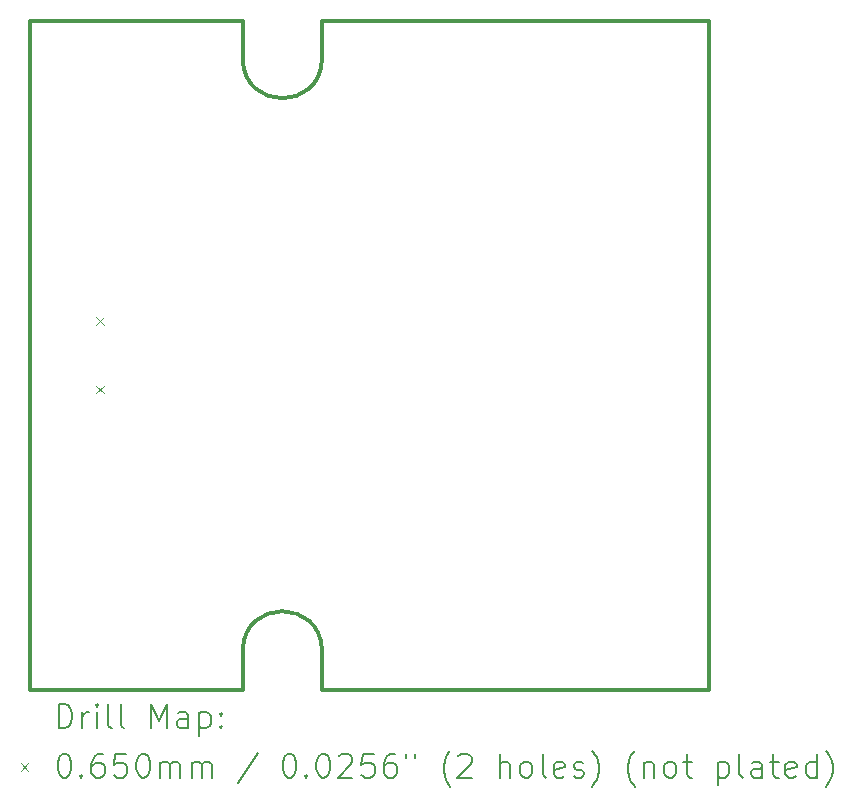
<source format=gbr>
%TF.GenerationSoftware,KiCad,Pcbnew,6.0.9-8da3e8f707~117~ubuntu20.04.1*%
%TF.CreationDate,2022-12-12T12:45:44+01:00*%
%TF.ProjectId,Adaptateur-USB-Xbee-2,41646170-7461-4746-9575-722d5553422d,rev?*%
%TF.SameCoordinates,Original*%
%TF.FileFunction,Drillmap*%
%TF.FilePolarity,Positive*%
%FSLAX45Y45*%
G04 Gerber Fmt 4.5, Leading zero omitted, Abs format (unit mm)*
G04 Created by KiCad (PCBNEW 6.0.9-8da3e8f707~117~ubuntu20.04.1) date 2022-12-12 12:45:44*
%MOMM*%
%LPD*%
G01*
G04 APERTURE LIST*
%ADD10C,0.300000*%
%ADD11C,0.200000*%
%ADD12C,0.065000*%
G04 APERTURE END LIST*
D10*
X14250000Y-8400000D02*
X10970000Y-8400000D01*
X8500000Y-8400000D02*
X8500000Y-14060000D01*
X10300000Y-8730000D02*
G75*
G03*
X10970000Y-8730000I335000J11699D01*
G01*
X10970000Y-8400000D02*
X10970000Y-8730000D01*
X10970000Y-14060000D02*
X14250000Y-14060000D01*
X10970000Y-13720000D02*
G75*
G03*
X10300000Y-13720000I-335000J-11699D01*
G01*
X10300000Y-14060000D02*
X10300000Y-13720000D01*
X14250000Y-14060000D02*
X14250000Y-8400000D01*
X10300000Y-8730000D02*
X10300000Y-8400000D01*
X10970000Y-13720000D02*
X10970000Y-14060000D01*
X10300000Y-8400000D02*
X8500000Y-8400000D01*
X8500000Y-14060000D02*
X10300000Y-14060000D01*
D11*
D12*
X9060250Y-10909000D02*
X9125250Y-10974000D01*
X9125250Y-10909000D02*
X9060250Y-10974000D01*
X9060250Y-11487000D02*
X9125250Y-11552000D01*
X9125250Y-11487000D02*
X9060250Y-11552000D01*
D11*
X8742619Y-14385476D02*
X8742619Y-14185476D01*
X8790238Y-14185476D01*
X8818810Y-14195000D01*
X8837857Y-14214048D01*
X8847381Y-14233095D01*
X8856905Y-14271190D01*
X8856905Y-14299762D01*
X8847381Y-14337857D01*
X8837857Y-14356905D01*
X8818810Y-14375952D01*
X8790238Y-14385476D01*
X8742619Y-14385476D01*
X8942619Y-14385476D02*
X8942619Y-14252143D01*
X8942619Y-14290238D02*
X8952143Y-14271190D01*
X8961667Y-14261667D01*
X8980714Y-14252143D01*
X8999762Y-14252143D01*
X9066429Y-14385476D02*
X9066429Y-14252143D01*
X9066429Y-14185476D02*
X9056905Y-14195000D01*
X9066429Y-14204524D01*
X9075952Y-14195000D01*
X9066429Y-14185476D01*
X9066429Y-14204524D01*
X9190238Y-14385476D02*
X9171190Y-14375952D01*
X9161667Y-14356905D01*
X9161667Y-14185476D01*
X9295000Y-14385476D02*
X9275952Y-14375952D01*
X9266429Y-14356905D01*
X9266429Y-14185476D01*
X9523571Y-14385476D02*
X9523571Y-14185476D01*
X9590238Y-14328333D01*
X9656905Y-14185476D01*
X9656905Y-14385476D01*
X9837857Y-14385476D02*
X9837857Y-14280714D01*
X9828333Y-14261667D01*
X9809286Y-14252143D01*
X9771190Y-14252143D01*
X9752143Y-14261667D01*
X9837857Y-14375952D02*
X9818810Y-14385476D01*
X9771190Y-14385476D01*
X9752143Y-14375952D01*
X9742619Y-14356905D01*
X9742619Y-14337857D01*
X9752143Y-14318809D01*
X9771190Y-14309286D01*
X9818810Y-14309286D01*
X9837857Y-14299762D01*
X9933095Y-14252143D02*
X9933095Y-14452143D01*
X9933095Y-14261667D02*
X9952143Y-14252143D01*
X9990238Y-14252143D01*
X10009286Y-14261667D01*
X10018810Y-14271190D01*
X10028333Y-14290238D01*
X10028333Y-14347381D01*
X10018810Y-14366428D01*
X10009286Y-14375952D01*
X9990238Y-14385476D01*
X9952143Y-14385476D01*
X9933095Y-14375952D01*
X10114048Y-14366428D02*
X10123571Y-14375952D01*
X10114048Y-14385476D01*
X10104524Y-14375952D01*
X10114048Y-14366428D01*
X10114048Y-14385476D01*
X10114048Y-14261667D02*
X10123571Y-14271190D01*
X10114048Y-14280714D01*
X10104524Y-14271190D01*
X10114048Y-14261667D01*
X10114048Y-14280714D01*
D12*
X8420000Y-14682500D02*
X8485000Y-14747500D01*
X8485000Y-14682500D02*
X8420000Y-14747500D01*
D11*
X8780714Y-14605476D02*
X8799762Y-14605476D01*
X8818810Y-14615000D01*
X8828333Y-14624524D01*
X8837857Y-14643571D01*
X8847381Y-14681667D01*
X8847381Y-14729286D01*
X8837857Y-14767381D01*
X8828333Y-14786428D01*
X8818810Y-14795952D01*
X8799762Y-14805476D01*
X8780714Y-14805476D01*
X8761667Y-14795952D01*
X8752143Y-14786428D01*
X8742619Y-14767381D01*
X8733095Y-14729286D01*
X8733095Y-14681667D01*
X8742619Y-14643571D01*
X8752143Y-14624524D01*
X8761667Y-14615000D01*
X8780714Y-14605476D01*
X8933095Y-14786428D02*
X8942619Y-14795952D01*
X8933095Y-14805476D01*
X8923571Y-14795952D01*
X8933095Y-14786428D01*
X8933095Y-14805476D01*
X9114048Y-14605476D02*
X9075952Y-14605476D01*
X9056905Y-14615000D01*
X9047381Y-14624524D01*
X9028333Y-14653095D01*
X9018810Y-14691190D01*
X9018810Y-14767381D01*
X9028333Y-14786428D01*
X9037857Y-14795952D01*
X9056905Y-14805476D01*
X9095000Y-14805476D01*
X9114048Y-14795952D01*
X9123571Y-14786428D01*
X9133095Y-14767381D01*
X9133095Y-14719762D01*
X9123571Y-14700714D01*
X9114048Y-14691190D01*
X9095000Y-14681667D01*
X9056905Y-14681667D01*
X9037857Y-14691190D01*
X9028333Y-14700714D01*
X9018810Y-14719762D01*
X9314048Y-14605476D02*
X9218810Y-14605476D01*
X9209286Y-14700714D01*
X9218810Y-14691190D01*
X9237857Y-14681667D01*
X9285476Y-14681667D01*
X9304524Y-14691190D01*
X9314048Y-14700714D01*
X9323571Y-14719762D01*
X9323571Y-14767381D01*
X9314048Y-14786428D01*
X9304524Y-14795952D01*
X9285476Y-14805476D01*
X9237857Y-14805476D01*
X9218810Y-14795952D01*
X9209286Y-14786428D01*
X9447381Y-14605476D02*
X9466429Y-14605476D01*
X9485476Y-14615000D01*
X9495000Y-14624524D01*
X9504524Y-14643571D01*
X9514048Y-14681667D01*
X9514048Y-14729286D01*
X9504524Y-14767381D01*
X9495000Y-14786428D01*
X9485476Y-14795952D01*
X9466429Y-14805476D01*
X9447381Y-14805476D01*
X9428333Y-14795952D01*
X9418810Y-14786428D01*
X9409286Y-14767381D01*
X9399762Y-14729286D01*
X9399762Y-14681667D01*
X9409286Y-14643571D01*
X9418810Y-14624524D01*
X9428333Y-14615000D01*
X9447381Y-14605476D01*
X9599762Y-14805476D02*
X9599762Y-14672143D01*
X9599762Y-14691190D02*
X9609286Y-14681667D01*
X9628333Y-14672143D01*
X9656905Y-14672143D01*
X9675952Y-14681667D01*
X9685476Y-14700714D01*
X9685476Y-14805476D01*
X9685476Y-14700714D02*
X9695000Y-14681667D01*
X9714048Y-14672143D01*
X9742619Y-14672143D01*
X9761667Y-14681667D01*
X9771190Y-14700714D01*
X9771190Y-14805476D01*
X9866429Y-14805476D02*
X9866429Y-14672143D01*
X9866429Y-14691190D02*
X9875952Y-14681667D01*
X9895000Y-14672143D01*
X9923571Y-14672143D01*
X9942619Y-14681667D01*
X9952143Y-14700714D01*
X9952143Y-14805476D01*
X9952143Y-14700714D02*
X9961667Y-14681667D01*
X9980714Y-14672143D01*
X10009286Y-14672143D01*
X10028333Y-14681667D01*
X10037857Y-14700714D01*
X10037857Y-14805476D01*
X10428333Y-14595952D02*
X10256905Y-14853095D01*
X10685476Y-14605476D02*
X10704524Y-14605476D01*
X10723571Y-14615000D01*
X10733095Y-14624524D01*
X10742619Y-14643571D01*
X10752143Y-14681667D01*
X10752143Y-14729286D01*
X10742619Y-14767381D01*
X10733095Y-14786428D01*
X10723571Y-14795952D01*
X10704524Y-14805476D01*
X10685476Y-14805476D01*
X10666429Y-14795952D01*
X10656905Y-14786428D01*
X10647381Y-14767381D01*
X10637857Y-14729286D01*
X10637857Y-14681667D01*
X10647381Y-14643571D01*
X10656905Y-14624524D01*
X10666429Y-14615000D01*
X10685476Y-14605476D01*
X10837857Y-14786428D02*
X10847381Y-14795952D01*
X10837857Y-14805476D01*
X10828333Y-14795952D01*
X10837857Y-14786428D01*
X10837857Y-14805476D01*
X10971190Y-14605476D02*
X10990238Y-14605476D01*
X11009286Y-14615000D01*
X11018810Y-14624524D01*
X11028333Y-14643571D01*
X11037857Y-14681667D01*
X11037857Y-14729286D01*
X11028333Y-14767381D01*
X11018810Y-14786428D01*
X11009286Y-14795952D01*
X10990238Y-14805476D01*
X10971190Y-14805476D01*
X10952143Y-14795952D01*
X10942619Y-14786428D01*
X10933095Y-14767381D01*
X10923571Y-14729286D01*
X10923571Y-14681667D01*
X10933095Y-14643571D01*
X10942619Y-14624524D01*
X10952143Y-14615000D01*
X10971190Y-14605476D01*
X11114048Y-14624524D02*
X11123571Y-14615000D01*
X11142619Y-14605476D01*
X11190238Y-14605476D01*
X11209286Y-14615000D01*
X11218809Y-14624524D01*
X11228333Y-14643571D01*
X11228333Y-14662619D01*
X11218809Y-14691190D01*
X11104524Y-14805476D01*
X11228333Y-14805476D01*
X11409286Y-14605476D02*
X11314048Y-14605476D01*
X11304524Y-14700714D01*
X11314048Y-14691190D01*
X11333095Y-14681667D01*
X11380714Y-14681667D01*
X11399762Y-14691190D01*
X11409286Y-14700714D01*
X11418809Y-14719762D01*
X11418809Y-14767381D01*
X11409286Y-14786428D01*
X11399762Y-14795952D01*
X11380714Y-14805476D01*
X11333095Y-14805476D01*
X11314048Y-14795952D01*
X11304524Y-14786428D01*
X11590238Y-14605476D02*
X11552143Y-14605476D01*
X11533095Y-14615000D01*
X11523571Y-14624524D01*
X11504524Y-14653095D01*
X11495000Y-14691190D01*
X11495000Y-14767381D01*
X11504524Y-14786428D01*
X11514048Y-14795952D01*
X11533095Y-14805476D01*
X11571190Y-14805476D01*
X11590238Y-14795952D01*
X11599762Y-14786428D01*
X11609286Y-14767381D01*
X11609286Y-14719762D01*
X11599762Y-14700714D01*
X11590238Y-14691190D01*
X11571190Y-14681667D01*
X11533095Y-14681667D01*
X11514048Y-14691190D01*
X11504524Y-14700714D01*
X11495000Y-14719762D01*
X11685476Y-14605476D02*
X11685476Y-14643571D01*
X11761667Y-14605476D02*
X11761667Y-14643571D01*
X12056905Y-14881667D02*
X12047381Y-14872143D01*
X12028333Y-14843571D01*
X12018809Y-14824524D01*
X12009286Y-14795952D01*
X11999762Y-14748333D01*
X11999762Y-14710238D01*
X12009286Y-14662619D01*
X12018809Y-14634048D01*
X12028333Y-14615000D01*
X12047381Y-14586428D01*
X12056905Y-14576905D01*
X12123571Y-14624524D02*
X12133095Y-14615000D01*
X12152143Y-14605476D01*
X12199762Y-14605476D01*
X12218809Y-14615000D01*
X12228333Y-14624524D01*
X12237857Y-14643571D01*
X12237857Y-14662619D01*
X12228333Y-14691190D01*
X12114048Y-14805476D01*
X12237857Y-14805476D01*
X12475952Y-14805476D02*
X12475952Y-14605476D01*
X12561667Y-14805476D02*
X12561667Y-14700714D01*
X12552143Y-14681667D01*
X12533095Y-14672143D01*
X12504524Y-14672143D01*
X12485476Y-14681667D01*
X12475952Y-14691190D01*
X12685476Y-14805476D02*
X12666428Y-14795952D01*
X12656905Y-14786428D01*
X12647381Y-14767381D01*
X12647381Y-14710238D01*
X12656905Y-14691190D01*
X12666428Y-14681667D01*
X12685476Y-14672143D01*
X12714048Y-14672143D01*
X12733095Y-14681667D01*
X12742619Y-14691190D01*
X12752143Y-14710238D01*
X12752143Y-14767381D01*
X12742619Y-14786428D01*
X12733095Y-14795952D01*
X12714048Y-14805476D01*
X12685476Y-14805476D01*
X12866428Y-14805476D02*
X12847381Y-14795952D01*
X12837857Y-14776905D01*
X12837857Y-14605476D01*
X13018809Y-14795952D02*
X12999762Y-14805476D01*
X12961667Y-14805476D01*
X12942619Y-14795952D01*
X12933095Y-14776905D01*
X12933095Y-14700714D01*
X12942619Y-14681667D01*
X12961667Y-14672143D01*
X12999762Y-14672143D01*
X13018809Y-14681667D01*
X13028333Y-14700714D01*
X13028333Y-14719762D01*
X12933095Y-14738809D01*
X13104524Y-14795952D02*
X13123571Y-14805476D01*
X13161667Y-14805476D01*
X13180714Y-14795952D01*
X13190238Y-14776905D01*
X13190238Y-14767381D01*
X13180714Y-14748333D01*
X13161667Y-14738809D01*
X13133095Y-14738809D01*
X13114048Y-14729286D01*
X13104524Y-14710238D01*
X13104524Y-14700714D01*
X13114048Y-14681667D01*
X13133095Y-14672143D01*
X13161667Y-14672143D01*
X13180714Y-14681667D01*
X13256905Y-14881667D02*
X13266428Y-14872143D01*
X13285476Y-14843571D01*
X13295000Y-14824524D01*
X13304524Y-14795952D01*
X13314048Y-14748333D01*
X13314048Y-14710238D01*
X13304524Y-14662619D01*
X13295000Y-14634048D01*
X13285476Y-14615000D01*
X13266428Y-14586428D01*
X13256905Y-14576905D01*
X13618809Y-14881667D02*
X13609286Y-14872143D01*
X13590238Y-14843571D01*
X13580714Y-14824524D01*
X13571190Y-14795952D01*
X13561667Y-14748333D01*
X13561667Y-14710238D01*
X13571190Y-14662619D01*
X13580714Y-14634048D01*
X13590238Y-14615000D01*
X13609286Y-14586428D01*
X13618809Y-14576905D01*
X13695000Y-14672143D02*
X13695000Y-14805476D01*
X13695000Y-14691190D02*
X13704524Y-14681667D01*
X13723571Y-14672143D01*
X13752143Y-14672143D01*
X13771190Y-14681667D01*
X13780714Y-14700714D01*
X13780714Y-14805476D01*
X13904524Y-14805476D02*
X13885476Y-14795952D01*
X13875952Y-14786428D01*
X13866428Y-14767381D01*
X13866428Y-14710238D01*
X13875952Y-14691190D01*
X13885476Y-14681667D01*
X13904524Y-14672143D01*
X13933095Y-14672143D01*
X13952143Y-14681667D01*
X13961667Y-14691190D01*
X13971190Y-14710238D01*
X13971190Y-14767381D01*
X13961667Y-14786428D01*
X13952143Y-14795952D01*
X13933095Y-14805476D01*
X13904524Y-14805476D01*
X14028333Y-14672143D02*
X14104524Y-14672143D01*
X14056905Y-14605476D02*
X14056905Y-14776905D01*
X14066428Y-14795952D01*
X14085476Y-14805476D01*
X14104524Y-14805476D01*
X14323571Y-14672143D02*
X14323571Y-14872143D01*
X14323571Y-14681667D02*
X14342619Y-14672143D01*
X14380714Y-14672143D01*
X14399762Y-14681667D01*
X14409286Y-14691190D01*
X14418809Y-14710238D01*
X14418809Y-14767381D01*
X14409286Y-14786428D01*
X14399762Y-14795952D01*
X14380714Y-14805476D01*
X14342619Y-14805476D01*
X14323571Y-14795952D01*
X14533095Y-14805476D02*
X14514048Y-14795952D01*
X14504524Y-14776905D01*
X14504524Y-14605476D01*
X14695000Y-14805476D02*
X14695000Y-14700714D01*
X14685476Y-14681667D01*
X14666428Y-14672143D01*
X14628333Y-14672143D01*
X14609286Y-14681667D01*
X14695000Y-14795952D02*
X14675952Y-14805476D01*
X14628333Y-14805476D01*
X14609286Y-14795952D01*
X14599762Y-14776905D01*
X14599762Y-14757857D01*
X14609286Y-14738809D01*
X14628333Y-14729286D01*
X14675952Y-14729286D01*
X14695000Y-14719762D01*
X14761667Y-14672143D02*
X14837857Y-14672143D01*
X14790238Y-14605476D02*
X14790238Y-14776905D01*
X14799762Y-14795952D01*
X14818809Y-14805476D01*
X14837857Y-14805476D01*
X14980714Y-14795952D02*
X14961667Y-14805476D01*
X14923571Y-14805476D01*
X14904524Y-14795952D01*
X14895000Y-14776905D01*
X14895000Y-14700714D01*
X14904524Y-14681667D01*
X14923571Y-14672143D01*
X14961667Y-14672143D01*
X14980714Y-14681667D01*
X14990238Y-14700714D01*
X14990238Y-14719762D01*
X14895000Y-14738809D01*
X15161667Y-14805476D02*
X15161667Y-14605476D01*
X15161667Y-14795952D02*
X15142619Y-14805476D01*
X15104524Y-14805476D01*
X15085476Y-14795952D01*
X15075952Y-14786428D01*
X15066428Y-14767381D01*
X15066428Y-14710238D01*
X15075952Y-14691190D01*
X15085476Y-14681667D01*
X15104524Y-14672143D01*
X15142619Y-14672143D01*
X15161667Y-14681667D01*
X15237857Y-14881667D02*
X15247381Y-14872143D01*
X15266428Y-14843571D01*
X15275952Y-14824524D01*
X15285476Y-14795952D01*
X15295000Y-14748333D01*
X15295000Y-14710238D01*
X15285476Y-14662619D01*
X15275952Y-14634048D01*
X15266428Y-14615000D01*
X15247381Y-14586428D01*
X15237857Y-14576905D01*
M02*

</source>
